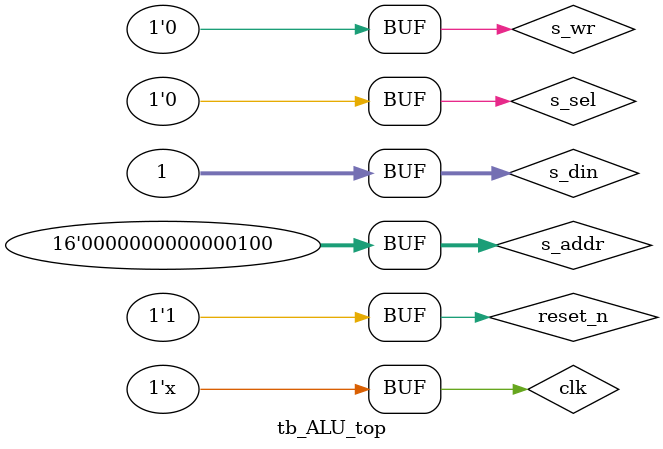
<source format=v>
`timescale 1ns/100ps

module tb_ALU_top;
	reg clk, reset_n, s_sel, s_wr;
	reg[15:0] s_addr;
	reg[31:0] s_din;
	
	wire[31:0] s_dout;
	wire s_interrupt;
	//wire for register file
	
	ALU_Top ALU_Top_1(clk, reset_n, s_sel, s_wr, s_addr, s_din, s_dout, s_interrupt);
	
	always
		begin
			#5; clk = ~clk; //cycle of clock is 10ns
		end
	
	initial
		begin
			#4; clk = 1'b0; reset_n = 1'b1; s_sel = 1'b0; s_wr = 1'b0;
			s_addr = 16'h0000; s_din = 32'h0000_0000; #10; //initialize
			
			reset_n = 1'b0; #10; reset_n = 1'b1; #10; //resetted
			
			s_sel = 1'b1; s_wr = 1'b1; s_addr = 16'h0003; s_din = 32'b0000_0000_0000_0000_00_1111_0000_0001_00; #10; s_sel = 1'b0; #10;//1th operation
			s_sel = 1'b1; s_wr = 1'b1; s_addr = 16'h0003; s_din = 32'b0000_0000_0000_0000_00_1111_0010_0011_00; #10; s_sel = 1'b0; #10;//2th operation
			s_sel = 1'b1; s_wr = 1'b1; s_addr = 16'h0003; s_din = 32'b0000_0000_0000_0000_00_1111_0100_0101_00; #10; s_sel = 1'b0; #10;//3th operation
			s_sel = 1'b1; s_wr = 1'b1; s_addr = 16'h0003; s_din = 32'b0000_0000_0000_0000_00_1111_0110_0111_00; #10; s_sel = 1'b0; #10;//4th operation
			s_sel = 1'b1; s_wr = 1'b1; s_addr = 16'h0003; s_din = 32'b0000_0000_0000_0000_00_1111_1000_1001_00; #10; s_sel = 1'b0; #10;//5th operation
			s_sel = 1'b1; s_wr = 1'b1; s_addr = 16'h0003; s_din = 32'b0000_0000_0000_0000_00_1111_1010_1011_00; #10; s_sel = 1'b0; #10;//6th operation
			s_sel = 1'b1; s_wr = 1'b1; s_addr = 16'h0003; s_din = 32'b0000_0000_0000_0000_00_1111_1100_1101_00; #10; s_sel = 1'b0; #10;//7th operation
			s_sel = 1'b1; s_wr = 1'b1; s_addr = 16'h0003; s_din = 32'b0000_0000_0000_0000_00_1111_1110_1111_00; #10; s_sel = 1'b0; #10;//8th operation
			//push 8 instruction
			
			s_sel = 1'b1; s_wr = 1'b1; s_addr = 16'h0010; s_din = -1; #10; s_sel = 1'b0; #10; //1th operand
			s_sel = 1'b1; s_wr = 1'b1; s_addr = 16'h0011; s_din = 2; #10; s_sel = 1'b0; #10; //2th operand
			s_sel = 1'b1; s_wr = 1'b1; s_addr = 16'h0012; s_din = 100; #10; s_sel = 1'b0; #10; //3th operand
			s_sel = 1'b1; s_wr = 1'b1; s_addr = 16'h0013; s_din = 1000; #10; s_sel = 1'b0; #10; //4th operand
			s_sel = 1'b1; s_wr = 1'b1; s_addr = 16'h0014; s_din = 10000; #10; s_sel = 1'b0; #10; //5th operand
			s_sel = 1'b1; s_wr = 1'b1; s_addr = 16'h0015; s_din = 100000; #10; s_sel = 1'b0; #10; //6th operand
			s_sel = 1'b1; s_wr = 1'b1; s_addr = 16'h0016; s_din = 1000000; #10; s_sel = 1'b0; #10; //7th operand
			s_sel = 1'b1; s_wr = 1'b1; s_addr = 16'h0017; s_din = 10000000; #10; s_sel = 1'b0; #10; //8th operand
			s_sel = 1'b1; s_wr = 1'b1; s_addr = 16'h0018; s_din = -5; #10; s_sel = 1'b0; #10; //9th operand
			s_sel = 1'b1; s_wr = 1'b1; s_addr = 16'h0019; s_din = 50; #10; s_sel = 1'b0; #10; //10th operand
			s_sel = 1'b1; s_wr = 1'b1; s_addr = 16'h001A; s_din = 500; #10; s_sel = 1'b0; #10; //11th operand
			s_sel = 1'b1; s_wr = 1'b1; s_addr = 16'h001B; s_din = 5000; #10; s_sel = 1'b0; #10; //12th operand
			s_sel = 1'b1; s_wr = 1'b1; s_addr = 16'h001C; s_din = 50000; #10; s_sel = 1'b0; #10; //13th operand
			s_sel = 1'b1; s_wr = 1'b1; s_addr = 16'h001D; s_din = 500000; #10; s_sel = 1'b0; #10; //14th operand
			s_sel = 1'b1; s_wr = 1'b1; s_addr = 16'h001E; s_din = 5000000; #10; s_sel = 1'b0; #10; //15th operand
			s_sel = 1'b1; s_wr = 1'b1; s_addr = 16'h001F; s_din = 50000000; #10; s_sel = 1'b0; #10; //16th operand
			
			s_sel = 1'b1; s_wr = 1'b1; s_addr = 16'h0000; s_din = 32'h0000_0001; #10; s_sel = 1'b0; #10; //start
			#10000; //and done
	
			s_sel = 1'b1; s_wr = 1'b0; s_addr = 16'h0004; #10; s_sel = 1'b0; #20;
			s_sel = 1'b1; s_wr = 1'b0; s_addr = 16'h0004; #10; s_sel = 1'b0; #20;
			s_sel = 1'b1; s_wr = 1'b0; s_addr = 16'h0004; #10; s_sel = 1'b0; #20;
			s_sel = 1'b1; s_wr = 1'b0; s_addr = 16'h0004; #10; s_sel = 1'b0; #20;
			s_sel = 1'b1; s_wr = 1'b0; s_addr = 16'h0004; #10; s_sel = 1'b0; #20;
			s_sel = 1'b1; s_wr = 1'b0; s_addr = 16'h0004; #10; s_sel = 1'b0; #20;
			s_sel = 1'b1; s_wr = 1'b0; s_addr = 16'h0004; #10; s_sel = 1'b0; #20;
			s_sel = 1'b1; s_wr = 1'b0; s_addr = 16'h0004; #10; s_sel = 1'b0; #20;
			s_sel = 1'b1; s_wr = 1'b0; s_addr = 16'h0004; #10; s_sel = 1'b0; #20;
			s_sel = 1'b1; s_wr = 1'b0; s_addr = 16'h0004; #10; s_sel = 1'b0; #20;
			s_sel = 1'b1; s_wr = 1'b0; s_addr = 16'h0004; #10; s_sel = 1'b0; #20;
			s_sel = 1'b1; s_wr = 1'b0; s_addr = 16'h0004; #10; s_sel = 1'b0; #20;
			s_sel = 1'b1; s_wr = 1'b0; s_addr = 16'h0004; #10; s_sel = 1'b0; #20;
			s_sel = 1'b1; s_wr = 1'b0; s_addr = 16'h0004; #10; s_sel = 1'b0; #20;
			s_sel = 1'b1; s_wr = 1'b0; s_addr = 16'h0004; #10; s_sel = 1'b0; #20;
			s_sel = 1'b1; s_wr = 1'b0; s_addr = 16'h0004; #10; s_sel = 1'b0; #20;
			//check 16 result
			//00 - operation start
			//01 - interrupt
			//02 - interrupt clear
			//03 - instruction
			//04 - result
			//05 - alu status
			//10
			//1f - operand
			
		end 
endmodule 
</source>
